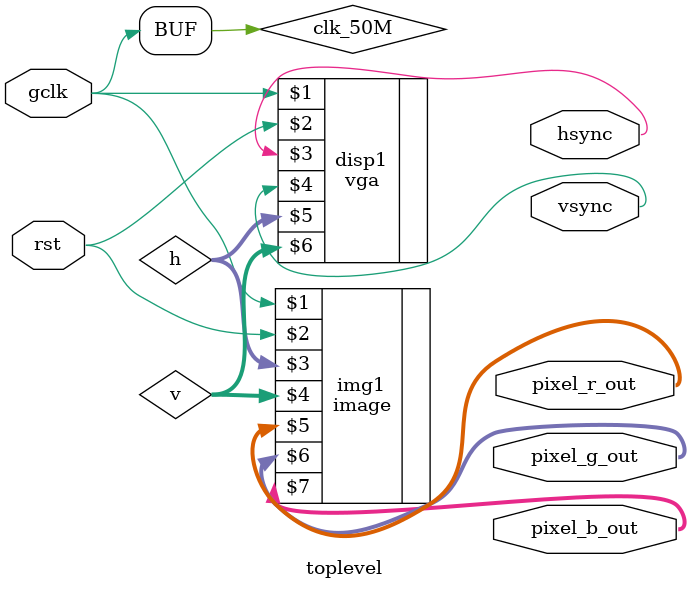
<source format=v>
module toplevel(
input wire gclk,
input wire rst,
output wire hsync,
output wire vsync,
output wire[2:0] pixel_r_out,
output wire[2:0] pixel_g_out,
output wire[2:0] pixel_b_out
);


parameter h_visible = 800;
parameter h_fporch_end = h_visible+56;
parameter h_sync_end = h_fporch_end+120;
parameter h_bporch_end = h_sync_end+64;
parameter v_visible = 600;
parameter v_fporch_end = v_visible+37;
parameter v_sync_end = v_fporch_end+6;
parameter v_bporch_end = v_sync_end+23;

/*
parameter h_visible = 1280;
parameter h_fporch_end = h_visible+72;
parameter h_sync_end = h_fporch_end+80;
parameter h_bporch_end = h_sync_end+216;
parameter v_visible = 720;
parameter v_fporch_end = v_visible+3;
parameter v_sync_end = v_fporch_end+5;
parameter v_bporch_end = v_sync_end+22;
*/

// wire clk75M;

// dcm clk_dcm (
//     .CLKIN_IN(gclk), 
//     .RST_IN(!rst), 
//     .CLKFX_OUT(clk75M), 
//     .CLKIN_IBUFG_OUT(), 
//     .CLK0_OUT(), 
//     .LOCKED_OUT()
//     );

wire clk_50M;
assign clk_50M = gclk;

reg clk_25M;
always @(posedge clk_50M or negedge rst) begin
    if (!rst) begin
        clk_25M <= 0;
    end
    else begin
        clk_25M <= ~clk_25M;
    end
end

wire [10:0] h,v;

vga disp1(clk_50M, rst, hsync, vsync, h, v);
defparam disp1.h_visible = h_visible;
defparam disp1.h_fporch_end = h_fporch_end;
defparam disp1.h_sync_end = h_sync_end;
defparam disp1.h_bporch_end = h_bporch_end;
defparam disp1.v_visible = v_visible;
defparam disp1.v_fporch_end = v_fporch_end;
defparam disp1.v_sync_end = v_sync_end;
defparam disp1.v_bporch_end = v_bporch_end;

image img1(clk_50M, rst, h, v, pixel_r_out, pixel_g_out, pixel_b_out);
defparam img1.WIDTH = h_visible;
defparam img1.HEIGHT = v_visible;


endmodule

</source>
